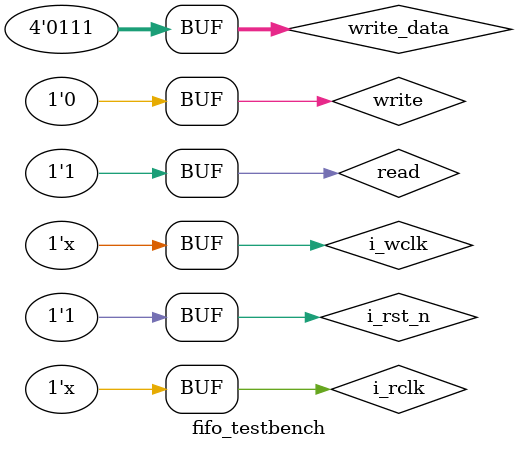
<source format=v>
`timescale 1ns / 1ps


module fifo_testbench(

    );
    reg i_wclk, i_rclk, write, read;
    reg [3:0] write_data;
    wire [3:0] read_data;
    reg i_rst_n;
    wire full, empty;
    
    initial begin
        i_rst_n = 1;
        write = 0;
        read = 0;
        i_wclk = 1;
        i_rclk = 0;
        #50;
        
        //write data
        write_data = 4'b1010;
        write = 1;
        #15;
        write_data = 4'b0001;
        #15;
        write_data = 4'b1100;
        #15;
        write_data = 4'b0111;
        #20;
        write_data = 4'b0001;
        #15;
        write_data = 4'b1100;
        #15;
        write_data = 4'b0111;
        #20;
        
        write = 0;
        #10;
        
        //read_data
        read = 1;
        #100;
    end
    
    always #5 i_wclk = !i_wclk;
    always #5 i_rclk = !i_rclk;
    
    fifo_in async_fifo_inst(
        .i_wclk(i_wclk),
        .i_rclk(i_rclk),
        .i_wen(write),
        .i_ren(read),
        .i_wdata(write_data),
        .i_rst_n(i_rst_n),
        .o_full(full),
        .o_empty(empty),
        .o_data(read_data)
    );
endmodule

</source>
